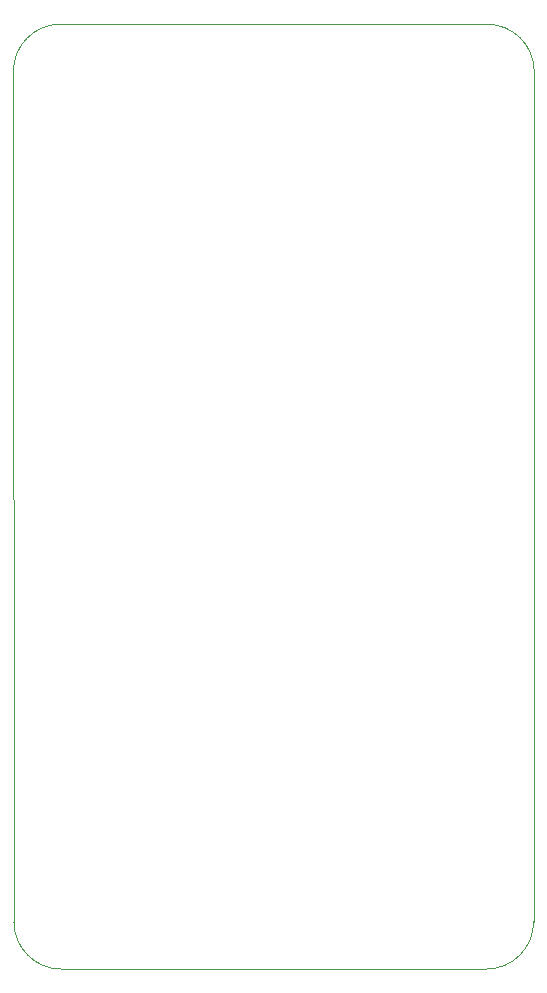
<source format=gbr>
%TF.GenerationSoftware,KiCad,Pcbnew,9.0.0-9.0.0-2~ubuntu24.04.1*%
%TF.CreationDate,2025-03-20T14:26:08+01:00*%
%TF.ProjectId,PCB_controller,5043425f-636f-46e7-9472-6f6c6c65722e,rev?*%
%TF.SameCoordinates,Original*%
%TF.FileFunction,Profile,NP*%
%FSLAX46Y46*%
G04 Gerber Fmt 4.6, Leading zero omitted, Abs format (unit mm)*
G04 Created by KiCad (PCBNEW 9.0.0-9.0.0-2~ubuntu24.04.1) date 2025-03-20 14:26:08*
%MOMM*%
%LPD*%
G01*
G04 APERTURE LIST*
%TA.AperFunction,Profile*%
%ADD10C,0.050000*%
%TD*%
G04 APERTURE END LIST*
D10*
X162587500Y-54500000D02*
X126487500Y-54500000D01*
X126537500Y-134500000D02*
G75*
G02*
X122537500Y-130500000I0J4000000D01*
G01*
X162587500Y-54500000D02*
G75*
G02*
X166587500Y-58500000I0J-4000000D01*
G01*
X166587500Y-58500000D02*
X166537500Y-130500000D01*
X126537500Y-134500000D02*
X162537500Y-134500000D01*
X122487500Y-58500000D02*
G75*
G02*
X126487500Y-54500000I4000000J0D01*
G01*
X166537500Y-130500000D02*
G75*
G02*
X162537500Y-134500000I-4000000J0D01*
G01*
X122487500Y-58500000D02*
X122537500Y-130500000D01*
M02*

</source>
